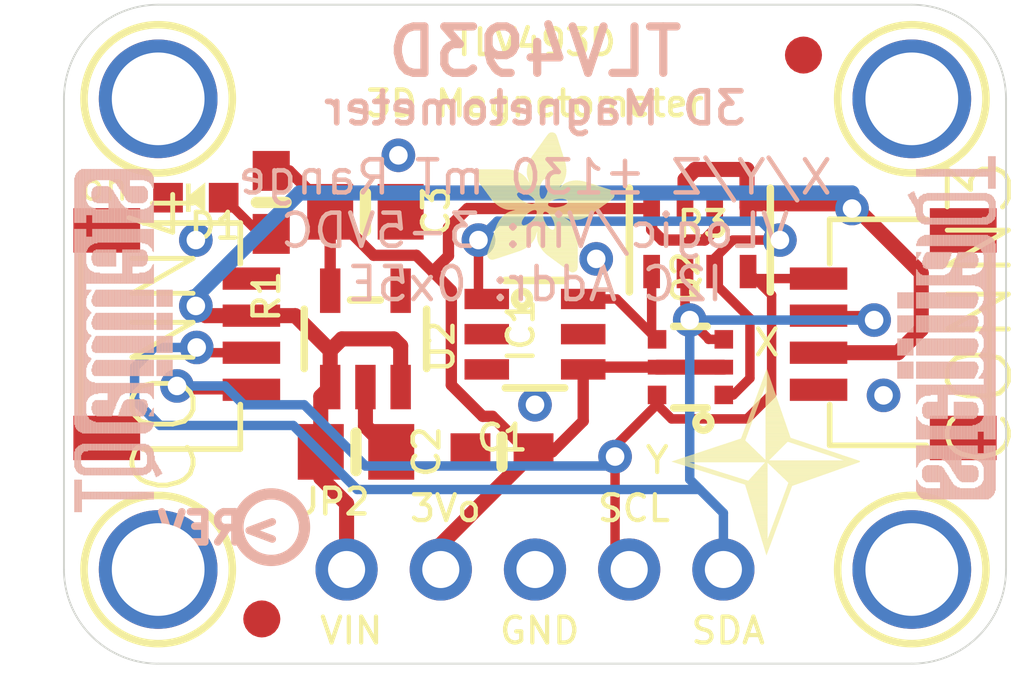
<source format=kicad_pcb>
(kicad_pcb (version 20211014) (generator pcbnew)
  (layers (0 "F.Cu" signal) (31 "B.Cu" signal) (34 "B.Paste" user) (35 "F.Paste" user) (36 "B.SilkS" user "B.Silkscreen") (37 "F.SilkS" user "F.Silkscreen") (38 "B.Mask" user) (39 "F.Mask" user) (44 "Edge.Cuts" user))
  (net 0 "")
  (net 1 "GND")
  (net 2 "SDA")
  (net 3 "SCL")
  (net 4 "SCL_3V")
  (net 5 "SDA_3V")
  (net 6 "3.3V")
  (net 7 "VCC")
  (net 8 "N$1")
  (footprint "boardEagle:SOT23-6" (layer "F.Cu") (at 148.5011 105.0036 -90)
    (fp_text reference "IC1" (at -1.016 0.381 90) (layer "F.SilkS") (effects (font (size 0.692831 0.692831) (thickness 0.119969)) (justify right)))
    (fp_text value "TLV493D")
    (pad "1" smd rect (at -0.95 1.3 270) (size 0.55 1.2) (layers "F.Cu" "F.Paste" "F.Mask") (net 4 "SCL_3V"))
    (pad "2" smd rect (at 0 1.3 270) (size 0.55 1.2) (layers "F.Cu" "F.Paste" "F.Mask") (net 1 "GND"))
    (pad "3" smd rect (at 0.95 1.3 270) (size 0.55 1.2) (layers "F.Cu" "F.Paste" "F.Mask") (net 1 "GND"))
    (pad "4" smd rect (at 0.95 -1.3 270) (size 0.55 1.2) (layers "F.Cu" "F.Paste" "F.Mask") (net 6 "3.3V"))
    (pad "5" smd rect (at 0 -1.3 270) (size 0.55 1.2) (layers "F.Cu" "F.Paste" "F.Mask") (net 1 "GND"))
    (pad "6" smd rect (at -0.95 -1.3 270) (size 0.55 1.2) (layers "F.Cu" "F.Paste" "F.Mask") (net 5 "SDA_3V"))
  )
  (footprint "boardEagle:JST_SH4" (layer "F.Cu") (at 158.6611 105.0036 90)
    (fp_text reference "CONN3" (at -3.711 1.847 90) (layer "F.SilkS") (effects (font (size 1.647139 1.647139) (thickness 0.130861)) (justify left)))
    (fp_text value "STEMMA_I2C_QT" hide)
    (pad "1" smd rect (at -1.5 -2.514 180) (size 1.55 0.6) (layers "F.Cu" "F.Paste" "F.Mask") (net 1 "GND"))
    (pad "2" smd rect (at -0.5 -2.514 180) (size 1.55 0.6) (layers "F.Cu" "F.Paste" "F.Mask") (net 7 "VCC"))
    (pad "3" smd rect (at 0.5 -2.514 180) (size 1.55 0.6) (layers "F.Cu" "F.Paste" "F.Mask") (net 2 "SDA"))
    (pad "4" smd rect (at 1.5 -2.514 180) (size 1.55 0.6) (layers "F.Cu" "F.Paste" "F.Mask") (net 3 "SCL"))
    (pad "MT1" smd rect (at -2.8 1.386 180) (size 1.8 1.2) (layers "F.Cu" "F.Paste" "F.Mask"))
    (pad "MT2" smd rect (at 2.8 1.386 180) (size 1.8 1.2) (layers "F.Cu" "F.Paste" "F.Mask"))
  )
  (footprint "boardEagle:0805-NO" (layer "F.Cu") (at 143.6751 108.1786)
    (fp_text reference "C2" (at 1.905 -0.762 90) (layer "F.SilkS") (effects (font (size 0.692831 0.692831) (thickness 0.119969)) (justify right)))
    (fp_text value "10uF")
    (pad "1" smd rect (at -0.95 0) (size 1.24 1.5) (layers "F.Cu" "F.Paste" "F.Mask") (net 7 "VCC"))
    (pad "2" smd rect (at 0.95 0) (size 1.24 1.5) (layers "F.Cu" "F.Paste" "F.Mask") (net 1 "GND"))
  )
  (footprint "boardEagle:MOUNTINGHOLE_2.5_PLATED" (layer "F.Cu") (at 138.3411 98.6536)
    (fp_text reference "U$1" hide)
    (fp_text value "MOUNTINGHOLE2.5" hide)
    (pad "P$1" thru_hole circle (at 0 0) (size 3.2 3.2) (drill 2.5) (layers *.Cu *.Mask))
  )
  (footprint "boardEagle:RESPACK_4X0603" (layer "F.Cu") (at 152.9461 102.4636 180)
    (fp_text reference "R3" (at -0.838 0.432) (layer "F.SilkS") (effects (font (size 0.692831 0.692831) (thickness 0.119969)) (justify right)))
    (fp_text value "10K")
    (pad "1" smd rect (at -1.3 0.85 180) (size 0.45 0.9) (layers "F.Cu" "F.Paste" "F.Mask") (net 7 "VCC"))
    (pad "2" smd rect (at -0.4 0.85 180) (size 0.45 0.9) (layers "F.Cu" "F.Paste" "F.Mask") (net 6 "3.3V"))
    (pad "3" smd rect (at 0.4 0.85 180) (size 0.45 0.9) (layers "F.Cu" "F.Paste" "F.Mask") (net 7 "VCC"))
    (pad "4" smd rect (at 1.3 0.85 180) (size 0.45 0.9) (layers "F.Cu" "F.Paste" "F.Mask") (net 6 "3.3V"))
    (pad "5" smd rect (at 1.3 -0.85 180) (size 0.45 0.9) (layers "F.Cu" "F.Paste" "F.Mask") (net 5 "SDA_3V"))
    (pad "6" smd rect (at 0.4 -0.85 180) (size 0.45 0.9) (layers "F.Cu" "F.Paste" "F.Mask") (net 2 "SDA"))
    (pad "7" smd rect (at -0.4 -0.85 180) (size 0.45 0.9) (layers "F.Cu" "F.Paste" "F.Mask") (net 4 "SCL_3V"))
    (pad "8" smd rect (at -1.3 -0.85 180) (size 0.45 0.9) (layers "F.Cu" "F.Paste" "F.Mask") (net 3 "SCL"))
  )
  (footprint "boardEagle:MOUNTINGHOLE_2.5_PLATED" (layer "F.Cu") (at 138.3411 111.3536)
    (fp_text reference "U$19" hide)
    (fp_text value "MOUNTINGHOLE2.5" hide)
    (pad "P$1" thru_hole circle (at 0 0) (size 3.2 3.2) (drill 2.5) (layers *.Cu *.Mask))
  )
  (footprint "boardEagle:FIDUCIAL_1MM" (layer "F.Cu") (at 141.1351 112.6871)
    (fp_text reference "FID3" hide)
    (fp_text value "FIDUCIAL_1MM" hide)
    (pad "1" smd roundrect (at 0 0) (size 1 1) (layers "F.Cu" "F.Mask") (roundrect_rratio 0.5))
  )
  (footprint "boardEagle:SOT23-5" (layer "F.Cu") (at 143.9291 105.1306)
    (fp_text reference "U2" (at 2.032 -0.562 90) (layer "F.SilkS") (effects (font (size 0.692831 0.692831) (thickness 0.119969)) (justify right)))
    (fp_text value "AP2112K-3.3")
    (pad "1" smd rect (at -0.95 1.3001) (size 0.55 1.2) (layers "F.Cu" "F.Paste" "F.Mask") (net 7 "VCC"))
    (pad "2" smd rect (at 0 1.3001) (size 0.55 1.2) (layers "F.Cu" "F.Paste" "F.Mask") (net 1 "GND"))
    (pad "3" smd rect (at 0.95 1.3001) (size 0.55 1.2) (layers "F.Cu" "F.Paste" "F.Mask") (net 7 "VCC"))
    (pad "4" smd rect (at 0.95 -1.3001) (size 0.55 1.2) (layers "F.Cu" "F.Paste" "F.Mask"))
    (pad "5" smd rect (at -0.95 -1.3001) (size 0.55 1.2) (layers "F.Cu" "F.Paste" "F.Mask") (net 6 "3.3V"))
  )
  (footprint "boardEagle:FIDUCIAL_1MM" (layer "F.Cu") (at 155.7401 97.4725)
    (fp_text reference "FID4" hide)
    (fp_text value "FIDUCIAL_1MM" hide)
    (pad "1" smd roundrect (at 0 0) (size 1 1) (layers "F.Cu" "F.Mask") (roundrect_rratio 0.5))
  )
  (footprint "boardEagle:SYMBOL_COMPASSXY_5MM" (layer "F.Cu") (at 152.1841 110.9726)
    (fp_text reference "U$2" hide)
    (fp_text value "" hide)
  )
  (footprint "boardEagle:1X05_ROUND" (layer "F.Cu") (at 148.5011 111.3536)
    (fp_text reference "JP2" (at -6.4262 -1.8288) (layer "F.SilkS") (effects (font (size 0.692831 0.692831) (thickness 0.119969)) (justify left)))
    (fp_text value "")
    (pad "1" thru_hole circle (at -5.08 0 90) (size 1.6764 1.6764) (drill 1) (layers *.Cu *.Mask) (net 7 "VCC"))
    (pad "2" thru_hole circle (at -2.54 0 90) (size 1.6764 1.6764) (drill 1) (layers *.Cu *.Mask) (net 6 "3.3V"))
    (pad "3" thru_hole circle (at 0 0 90) (size 1.6764 1.6764) (drill 1) (layers *.Cu *.Mask) (net 1 "GND"))
    (pad "4" thru_hole circle (at 2.54 0 90) (size 1.6764 1.6764) (drill 1) (layers *.Cu *.Mask) (net 3 "SCL"))
    (pad "5" thru_hole circle (at 5.08 0 90) (size 1.6764 1.6764) (drill 1) (layers *.Cu *.Mask) (net 2 "SDA"))
  )
  (footprint "boardEagle:MOUNTINGHOLE_2.5_PLATED" (layer "F.Cu") (at 158.6611 111.3536)
    (fp_text reference "U$21" hide)
    (fp_text value "MOUNTINGHOLE2.5" hide)
    (pad "P$1" thru_hole circle (at 0 0) (size 3.2 3.2) (drill 2.5) (layers *.Cu *.Mask))
  )
  (footprint "boardEagle:ADAFRUIT_3.5MM" (layer "F.Cu") (at 146.8501 103.3526)
    (fp_text reference "U$22" hide)
    (fp_text value "" hide)
  )
  (footprint "boardEagle:0805-NO" (layer "F.Cu") (at 143.9291 101.7016)
    (fp_text reference "C3" (at 1.905 -0.762 90) (layer "F.SilkS") (effects (font (size 0.692831 0.692831) (thickness 0.119969)) (justify right)))
    (fp_text value "10uF")
    (pad "1" smd rect (at -0.95 0) (size 1.24 1.5) (layers "F.Cu" "F.Paste" "F.Mask") (net 6 "3.3V"))
    (pad "2" smd rect (at 0.95 0) (size 1.24 1.5) (layers "F.Cu" "F.Paste" "F.Mask") (net 1 "GND"))
  )
  (footprint "boardEagle:0603-NO" (layer "F.Cu") (at 141.3891 101.4476 -90)
    (fp_text reference "R1" (at 1.778 0.127 90) (layer "F.SilkS") (effects (font (size 0.692831 0.692831) (thickness 0.119969)) (justify right)))
    (fp_text value "10K")
    (pad "1" smd rect (at -0.85 0 270) (size 1.075 1) (layers "F.Cu" "F.Paste" "F.Mask") (net 6 "3.3V"))
    (pad "2" smd rect (at 0.85 0 270) (size 1.075 1) (layers "F.Cu" "F.Paste" "F.Mask") (net 8 "N$1"))
  )
  (footprint "boardEagle:JST_SH4" (layer "F.Cu") (at 138.3411 105.0036 -90)
    (fp_text reference "CONN4" (at -4.092 -0.185 90) (layer "F.SilkS") (effects (font (size 1.647139 1.647139) (thickness 0.130861)) (justify right)))
    (fp_text value "STEMMA_I2C_QT" hide)
    (pad "1" smd rect (at -1.5 -2.514) (size 1.55 0.6) (layers "F.Cu" "F.Paste" "F.Mask") (net 1 "GND"))
    (pad "2" smd rect (at -0.5 -2.514) (size 1.55 0.6) (layers "F.Cu" "F.Paste" "F.Mask") (net 7 "VCC"))
    (pad "3" smd rect (at 0.5 -2.514) (size 1.55 0.6) (layers "F.Cu" "F.Paste" "F.Mask") (net 2 "SDA"))
    (pad "4" smd rect (at 1.5 -2.514) (size 1.55 0.6) (layers "F.Cu" "F.Paste" "F.Mask") (net 3 "SCL"))
    (pad "MT1" smd rect (at -2.8 1.386) (size 1.8 1.2) (layers "F.Cu" "F.Paste" "F.Mask"))
    (pad "MT2" smd rect (at 2.8 1.386) (size 1.8 1.2) (layers "F.Cu" "F.Paste" "F.Mask"))
  )
  (footprint "boardEagle:CHIPLED_0603_NOOUTLINE" (layer "F.Cu") (at 139.3571 101.3206 90)
    (fp_text reference "D1" (at -0.762 1.27) (layer "F.SilkS") (effects (font (size 0.692831 0.692831) (thickness 0.119969)) (justify right)))
    (fp_text value "GREEN")
    (pad "A" smd rect (at 0 0.75 90) (size 0.8 0.8) (layers "F.Cu" "F.Paste" "F.Mask") (net 8 "N$1"))
    (pad "C" smd rect (at 0 -0.75 90) (size 0.8 0.8) (layers "F.Cu" "F.Paste" "F.Mask") (net 1 "GND"))
  )
  (footprint "boardEagle:SOT363" (layer "F.Cu") (at 152.6921 105.8926 90)
    (fp_text reference "Q2" (at 1.651 -0.127 90) (layer "F.SilkS") (effects (font (size 0.692831 0.692831) (thickness 0.119969)) (justify left)))
    (fp_text value "BSS138")
    (pad "1" smd rect (at -0.75 0.9 90) (size 0.5 0.5) (layers "F.Cu" "F.Paste" "F.Mask") (net 4 "SCL_3V"))
    (pad "2" smd rect (at 0 0.9 90) (size 0.4 0.5) (layers "F.Cu" "F.Paste" "F.Mask") (net 6 "3.3V"))
    (pad "3" smd rect (at 0.75 0.9 90) (size 0.5 0.5) (layers "F.Cu" "F.Paste" "F.Mask") (net 2 "SDA"))
    (pad "4" smd rect (at 0.75 -0.9 90) (size 0.5 0.5) (layers "F.Cu" "F.Paste" "F.Mask") (net 5 "SDA_3V"))
    (pad "5" smd rect (at 0 -0.9 90) (size 0.4 0.5) (layers "F.Cu" "F.Paste" "F.Mask") (net 6 "3.3V"))
    (pad "6" smd rect (at -0.75 -0.9 90) (size 0.5 0.5) (layers "F.Cu" "F.Paste" "F.Mask") (net 3 "SCL"))
  )
  (footprint "boardEagle:0603-NO" (layer "F.Cu") (at 147.6121 108.1786 180)
    (fp_text reference "C1" (at -0.762 0.381) (layer "F.SilkS") (effects (font (size 0.692831 0.692831) (thickness 0.119969)) (justify right)))
    (fp_text value "0.1uF")
    (pad "1" smd rect (at -0.85 0 180) (size 1.075 1) (layers "F.Cu" "F.Paste" "F.Mask") (net 6 "3.3V"))
    (pad "2" smd rect (at 0.85 0 180) (size 1.075 1) (layers "F.Cu" "F.Paste" "F.Mask") (net 1 "GND"))
  )
  (footprint "boardEagle:MOUNTINGHOLE_2.5_PLATED" (layer "F.Cu") (at 158.6611 98.6536)
    (fp_text reference "U$17" hide)
    (fp_text value "MOUNTINGHOLE2.5" hide)
    (pad "P$1" thru_hole circle (at 0 0) (size 3.2 3.2) (drill 2.5) (layers *.Cu *.Mask))
  )
  (footprint "boardEagle:PCBFEAT-REV-040" (layer "B.Cu") (at 141.3891 110.2106 180)
    (fp_text reference "U$25" hide)
    (fp_text value "" hide)
    (fp_text user ">REV" (at -0.3556 -0.508) (layer "B.SilkS") (effects (font (size 0.8128 0.8128) (thickness 0.2032)) (justify left bottom mirror)))
  )
  (footprint "boardEagle:STEMMAQT" (layer "B.Cu") (at 138.7221 100.5586 -90)
    (fp_text reference "U$31" hide)
    (fp_text value "" hide)
  )
  (footprint "boardEagle:STEMMAQT" (layer "B.Cu") (at 158.2801 109.4486 90)
    (fp_text reference "U$30" hide)
    (fp_text value "" hide)
  )
  (footprint "boardEagle:KATTNI_STOP" (layer "B.Cu") (at 152.1841 106.7816 180)
    (fp_text reference "U$4" hide)
    (fp_text value "" hide)
  )
  (gr_arc (start 135.8011 98.6536) (mid 136.545049 96.857549) (end 138.3411 96.1136) (layer "Edge.Cuts") (width 0.05))
  (gr_arc (start 161.2011 111.3536) (mid 160.457151 113.149651) (end 158.6611 113.8936) (layer "Edge.Cuts") (width 0.05))
  (gr_arc (start 158.6611 96.1136) (mid 160.457151 96.857549) (end 161.2011 98.6536) (layer "Edge.Cuts") (width 0.05))
  (gr_line (start 161.2011 111.3536) (end 161.2011 98.6536) (layer "Edge.Cuts") (width 0.05))
  (gr_arc (start 138.3411 113.8936) (mid 136.545049 113.149651) (end 135.8011 111.3536) (layer "Edge.Cuts") (width 0.05))
  (gr_line (start 158.6611 96.1136) (end 138.3411 96.1136) (layer "Edge.Cuts") (width 0.05))
  (gr_line (start 135.8011 98.6536) (end 135.8011 111.3536) (layer "Edge.Cuts") (width 0.05))
  (gr_line (start 138.3411 113.8936) (end 158.6611 113.8936) (layer "Edge.Cuts") (width 0.05))
  (gr_text "TLV493D" (at 148.5011 97.3836) (layer "B.SilkS") (effects (font (size 1.25222 1.25222) (thickness 0.22098)) (justify mirror)))
  (gr_text "X/Y/Z ±130 mT Range\nVLogic/Vin: 3-5VDC\nI2C Addr: 0x5E" (at 148.5011 102.2096) (layer "B.SilkS") (effects (font (size 0.89408 0.89408) (thickness 0.12192)) (justify mirror)))
  (gr_text "3D Magnetometer" (at 148.5011 98.9076) (layer "B.SilkS") (effects (font (size 0.8636 0.8636) (thickness 0.1524)) (justify mirror)))
  (gr_text "GND" (at 148.6281 113.0046) (layer "F.SilkS") (effects (font (size 0.699008 0.699008) (thickness 0.113792))))
  (gr_text "on" (at 136.1821 101.4476) (layer "F.SilkS") (effects (font (size 0.715264 0.715264) (thickness 0.097536)) (justify left bottom)))
  (gr_text "3Vo" (at 146.0881 109.7026) (layer "F.SilkS") (effects (font (size 0.699008 0.699008) (thickness 0.113792))))
  (gr_text "X" (at 154.3431 105.6386) (layer "F.SilkS") (effects (font (size 0.699008 0.699008) (thickness 0.113792)) (justify left bottom)))
  (gr_text "TLV493D" (at 148.5011 97.1296) (layer "F.SilkS") (effects (font (size 0.69088 0.69088) (thickness 0.12192))))
  (gr_text "SCL" (at 151.1681 109.7026) (layer "F.SilkS") (effects (font (size 0.699008 0.699008) (thickness 0.113792))))
  (gr_text "VIN" (at 143.5481 113.0046) (layer "F.SilkS") (effects (font (size 0.699008 0.699008) (thickness 0.113792))))
  (gr_text "3D Magnetometer" (at 148.5011 98.7806) (layer "F.SilkS") (effects (font (size 0.69088 0.69088) (thickness 0.12192))))
  (gr_text "SDA" (at 153.7081 113.0046) (layer "F.SilkS") (effects (font (size 0.699008 0.699008) (thickness 0.113792))))
  (gr_text "Y" (at 151.4221 108.8136) (layer "F.SilkS") (effects (font (size 0.699008 0.699008) (thickness 0.113792)) (justify left bottom)))
  (segment (start 144.6251 108.1786) (end 143.9291 107.4826) (width 0.4064) (layer "F.Cu") (net 1))
  (segment (start 143.9291 106.4307) (end 143.9291 107.4826) (width 0.4064) (layer "F.Cu") (net 1))
  (via (at 148.5011 106.9086) (size 0.9064) (drill 0.5) (layers "F.Cu" "B.Cu") (net 1))
  (via (at 157.8991 106.6546) (size 0.9064) (drill 0.5) (layers "F.Cu" "B.Cu") (net 1))
  (via (at 144.8181 100.1776) (size 0.9064) (drill 0.5) (layers "F.Cu" "B.Cu") (net 1))
  (via (at 139.3571 102.4636) (size 0.9064) (drill 0.5) (layers "F.Cu" "B.Cu") (net 1))
  (via (at 150.1521 102.9716) (size 0.9064) (drill 0.5) (layers "F.Cu" "B.Cu") (net 1))
  (segment (start 152.6731 104.3296) (end 152.5461 104.2026) (width 0.254) (layer "F.Cu") (net 2))
  (segment (start 156.1471 104.5036) (end 157.5261 104.5036) (width 0.254) (layer "F.Cu") (net 2))
  (segment (start 157.5261 104.5036) (end 157.6451 104.6226) (width 0.254) (layer "F.Cu") (net 2))
  (segment (start 152.6731 104.3296) (end 152.6731 104.6226) (width 0.254) (layer "F.Cu") (net 2))
  (segment (start 153.5921 105.1426) (end 153.1811 105.1426) (width 0.254) (layer "F.Cu") (net 2))
  (segment (start 152.6731 104.6226) (end 153.1811 105.1306) (width 0.254) (layer "F.Cu") (net 2))
  (segment (start 140.8551 105.5036) (end 139.521312 105.5036) (width 0.254) (layer "F.Cu") (net 2))
  (segment (start 152.5461 103.3136) (end 152.5461 104.2026) (width 0.254) (layer "F.Cu") (net 2))
  (segment (start 153.1811 105.1306) (end 153.1811 105.1426) (width 0.254) (layer "F.Cu") (net 2))
  (segment (start 139.521312 105.5036) (end 139.379706 105.361994) (width 0.254) (layer "F.Cu") (net 2))
  (via (at 152.6731 104.6226) (size 0.9064) (drill 0.5) (layers "F.Cu" "B.Cu") (net 2))
  (via (at 139.379706 105.361994) (size 0.9064) (drill 0.5) (layers "F.Cu" "B.Cu") (net 2))
  (via (at 157.6451 104.6226) (size 0.9064) (drill 0.5) (layers "F.Cu" "B.Cu") (net 2))
  (segment (start 138.3919 107.4674) (end 141.983 107.4674) (width 0.254) (layer "B.Cu") (net 2))
  (segment (start 137.7061 105.8926) (end 137.7061 106.7816) (width 0.254) (layer "B.Cu") (net 2))
  (segment (start 152.6731 104.6226) (end 152.6731 108.9216) (width 0.254) (layer "B.Cu") (net 2))
  (segment (start 139.379706 105.361994) (end 138.236706 105.361994) (width 0.254) (layer "B.Cu") (net 2))
  (segment (start 138.236706 105.361994) (end 137.7061 105.8926) (width 0.254) (layer "B.Cu") (net 2))
  (segment (start 152.9461 109.1946) (end 153.5811 109.8296) (width 0.254) (layer "B.Cu") (net 2))
  (segment (start 153.5811 109.8296) (end 153.5811 111.3536) (width 0.254) (layer "B.Cu") (net 2))
  (segment (start 157.6451 104.6226) (end 152.6731 104.6226) (width 0.254) (layer "B.Cu") (net 2))
  (segment (start 152.6731 108.9216) (end 152.9461 109.1946) (width 0.254) (layer "B.Cu") (net 2))
  (segment (start 137.7061 106.7816) (end 138.3919 107.4674) (width 0.254) (layer "B.Cu") (net 2))
  (segment (start 141.983 107.4674) (end 143.7102 109.1946) (width 0.254) (layer "B.Cu") (net 2))
  (segment (start 143.7102 109.1946) (end 152.9461 109.1946) (width 0.254) (layer "B.Cu") (net 2))
  (segment (start 151.7916 106.8971) (end 151.7916 106.6431) (width 0.254) (layer "F.Cu") (net 3))
  (segment (start 154.8811 103.9486) (end 154.8811 106.6246) (width 0.254) (layer "F.Cu") (net 3))
  (segment (start 151.7921 106.6426) (end 151.7916 106.6431) (width 0.254) (layer "F.Cu") (net 3))
  (segment (start 150.6601 108.0516) (end 150.6601 108.3056) (width 0.254) (layer "F.Cu") (net 3))
  (segment (start 154.4361 103.5036) (end 154.2461 103.3136) (width 0.254) (layer "F.Cu") (net 3))
  (segment (start 140.8551 106.5036) (end 138.9521 106.5036) (width 0.254) (layer "F.Cu") (net 3))
  (segment (start 154.2161 107.2896) (end 152.1841 107.2896) (width 0.254) (layer "F.Cu") (net 3))
  (segment (start 154.2461 103.3136) (end 154.8811 103.9486) (width 0.254) (layer "F.Cu") (net 3))
  (segment (start 150.6601 110.9726) (end 150.6601 108.3056) (width 0.254) (layer "F.Cu") (net 3))
  (segment (start 154.8811 106.6246) (end 154.2161 107.2896) (width 0.254) (layer "F.Cu") (net 3))
  (segment (start 152.1841 107.2896) (end 151.7916 106.8971) (width 0.254) (layer "F.Cu") (net 3))
  (segment (start 151.0411 111.3536) (end 150.6601 110.9726) (width 0.254) (layer "F.Cu") (net 3))
  (segment (start 150.6601 108.0516) (end 150.6486 108.0401) (width 0.254) (layer "F.Cu") (net 3))
  (segment (start 138.9521 106.5036) (end 138.8491 106.4006) (width 0.254) (layer "F.Cu") (net 3))
  (segment (start 151.7921 106.6426) (end 151.7921 106.8966) (width 0.254) (layer "F.Cu") (net 3))
  (segment (start 151.7921 106.8966) (end 150.6486 108.0401) (width 0.254) (layer "F.Cu") (net 3))
  (segment (start 156.1471 103.5036) (end 154.4361 103.5036) (width 0.254) (layer "F.Cu") (net 3))
  (via (at 138.8491 106.4006) (size 0.9064) (drill 0.5) (layers "F.Cu" "B.Cu") (net 3))
  (via (at 150.6601 108.3056) (size 0.9064) (drill 0.5) (layers "F.Cu" "B.Cu") (net 3))
  (segment (start 138.8491 106.4006) (end 140.142262 106.4006) (width 0.254) (layer "B.Cu") (net 3))
  (segment (start 150.4061 108.5596) (end 143.9291 108.5596) (width 0.254) (layer "B.Cu") (net 3))
  (segment (start 143.9291 108.5596) (end 142.2781 106.9086) (width 0.254) (layer "B.Cu") (net 3))
  (segment (start 142.2781 106.9086) (end 140.650262 106.9086) (width 0.254) (layer "B.Cu") (net 3))
  (segment (start 140.142262 106.4006) (end 140.650262 106.9086) (width 0.254) (layer "B.Cu") (net 3))
  (segment (start 150.4061 108.5596) (end 150.6601 108.3056) (width 0.254) (layer "B.Cu") (net 3))
  (segment (start 146.9771 103.8296) (end 146.9771 102.4636) (width 0.254) (layer "F.Cu") (net 4))
  (segment (start 153.5921 106.6426) (end 153.8461 106.6426) (width 0.254) (layer "F.Cu") (net 4))
  (segment (start 153.3461 103.3136) (end 153.3461 103.6256) (width 0.254) (layer "F.Cu") (net 4))
  (segment (start 154.2969 104.5764) (end 154.2969 106.1918) (width 0.254) (layer "F.Cu") (net 4))
  (segment (start 153.3461 102.9526) (end 153.8351 102.4636) (width 0.254) (layer "F.Cu") (net 4))
  (segment (start 154.2969 106.1918) (end 153.8461 106.6426) (width 0.254) (layer "F.Cu") (net 4))
  (segment (start 153.8351 102.4636) (end 155.1051 102.4636) (width 0.254) (layer "F.Cu") (net 4))
  (segment (start 153.3461 103.6256) (end 154.2969 104.5764) (width 0.254) (layer "F.Cu") (net 4))
  (segment (start 153.3461 103.3136) (end 153.3461 102.9526) (width 0.254) (layer "F.Cu") (net 4))
  (segment (start 147.2011 104.0536) (end 146.9771 103.8296) (width 0.254) (layer "F.Cu") (net 4))
  (via (at 155.1051 102.4636) (size 0.9064) (drill 0.5) (layers "F.Cu" "B.Cu") (net 4))
  (via (at 146.9771 102.4636) (size 0.9064) (drill 0.5) (layers "F.Cu" "B.Cu") (net 4))
  (segment (start 146.9771 102.4636) (end 147.4851 101.9556) (width 0.254) (layer "B.Cu") (net 4))
  (segment (start 154.5971 101.9556) (end 147.4851 101.9556) (width 0.254) (layer "B.Cu") (net 4))
  (segment (start 154.5971 101.9556) (end 155.1051 102.4636) (width 0.254) (layer "B.Cu") (net 4))
  (segment (start 151.6461 104.9966) (end 151.6461 103.3136) (width 0.254) (layer "F.Cu") (net 5))
  (segment (start 151.7921 105.1426) (end 151.6461 104.9966) (width 0.254) (layer "F.Cu") (net 5))
  (segment (start 150.7031 104.0536) (end 151.7921 105.1426) (width 0.254) (layer "F.Cu") (net 5))
  (segment (start 149.8011 104.0536) (end 150.7031 104.0536) (width 0.254) (layer "F.Cu") (net 5))
  (segment (start 145.743096 103.316604) (end 146.2455 103.819007) (width 0.3048) (layer "F.Cu") (net 6))
  (segment (start 146.683281 101.6136) (end 146.1683 102.128582) (width 0.3048) (layer "F.Cu") (net 6))
  (segment (start 149.8011 105.9536) (end 149.8011 107.3476) (width 0.3048) (layer "F.Cu") (net 6))
  (segment (start 148.3131 108.1786) (end 147.3537 107.2192) (width 0.3048) (layer "F.Cu") (net 6))
  (segment (start 148.4621 108.1786) (end 148.3131 108.1786) (width 0.3048) (layer "F.Cu") (net 6))
  (segment (start 146.2455 103.819007) (end 146.2455 106.375894) (width 0.3048) (layer "F.Cu") (net 6))
  (segment (start 151.6461 102.1796) (end 151.6461 101.6136) (width 0.3048) (layer "F.Cu") (net 6))
  (segment (start 149.8011 107.3476) (end 148.9701 108.1786) (width 0.3048) (layer "F.Cu") (net 6))
  (segment (start 153.3461 101.6136) (end 153.3461 102.1906) (width 0.3048) (layer "F.Cu") (net 6))
  (segment (start 153.0731 102.4636) (end 151.9301 102.4636) (width 0.3048) (layer "F.Cu") (net 6))
  (segment (start 146.2455 106.375894) (end 147.088806 107.2192) (width 0.3048) (layer "F.Cu") (net 6))
  (segment (start 151.6461 101.6136) (end 146.683281 101.6136) (width 0.3048) (layer "F.Cu") (net 6))
  (segment (start 144.1524 102.8749) (end 145.301393 102.8749) (width 0.3048) (layer "F.Cu") (net 6))
  (segment (start 141.3891 100.5976) (end 141.8751 100.5976) (width 0.3048) (layer "F.Cu") (net 6))
  (segment (start 153.3461 102.1906) (end 153.0731 102.4636) (width 0.3048) (layer "F.Cu") (net 6))
  (segment (start 151.7921 105.8926) (end 149.8621 105.8926) (width 0.3048) (layer "F.Cu") (net 6))
  (segment (start 151.7921 105.8926) (end 153.5921 105.8926) (width 0.4064) (layer "F.Cu") (net 6))
  (segment (start 148.4621 108.1786) (end 145.9611 110.6796) (width 0.4064) (layer "F.Cu") (net 6))
  (segment (start 145.301393 102.8749) (end 145.743096 103.316604) (width 0.3048) (layer "F.Cu") (net 6))
  (segment (start 147.088806 107.2192) (end 147.3537 107.2192) (width 0.3048) (layer "F.Cu") (net 6))
  (segment (start 146.1683 102.8914) (end 145.743096 103.316604) (width 0.3048) (layer "F.Cu") (net 6))
  (segment (start 151.9301 102.4636) (end 151.6461 102.1796) (width 0.3048) (layer "F.Cu") (net 6))
  (segment (start 142.9791 101.7016) (end 142.9791 103.8305) (width 0.3048) (layer "F.Cu") (net 6))
  (segment (start 145.9611 110.6796) (end 145.9611 111.3536) (width 0.4064) (layer "F.Cu") (net 6))
  (segment (start 146.1683 102.128582) (end 146.1683 102.8914) (width 0.3048) (layer "F.Cu") (net 6))
  (segment (start 148.9701 108.1786) (end 148.4621 108.1786) (width 0.3048) (layer "F.Cu") (net 6))
  (segment (start 149.8011 105.9536) (end 149.8621 105.8926) (width 0.3048) (layer "F.Cu") (net 6))
  (segment (start 142.9791 101.7016) (end 144.1524 102.8749) (width 0.3048) (layer "F.Cu") (net 6))
  (segment (start 141.8751 100.5976) (end 142.9791 101.7016) (width 0.3048) (layer "F.Cu") (net 6))
  (segment (start 140.8551 104.5036) (end 139.6191 104.5036) (width 0.4064) (layer "F.Cu") (net 7))
  (segment (start 142.9791 105.4456) (end 142.9791 106.4307) (width 0.4064) (layer "F.Cu") (net 7))
  (segment (start 158.9151 104.8766) (end 158.9151 103.3526) (width 0.4064) (layer "F.Cu") (net 7))
  (segment (start 142.9791 106.4307) (end 142.7251 106.6847) (width 0.4064) (layer "F.Cu") (net 7))
  (segment (start 144.8791 106.4307) (end 144.8791 105.3186) (width 0.4064) (layer "F.Cu") (net 7))
  (segment (start 152.5461 101.6136) (end 152.5461 100.8316) (width 0.4064) (layer "F.Cu") (net 7))
  (segment (start 157.0491 101.6136) (end 156.9221 101.4866) (width 0.4064) (layer "F.Cu") (net 7))
  (segment (start 156.1471 105.5036) (end 158.2881 105.5036) (width 0.4064) (layer "F.Cu") (net 7))
  (segment (start 142.7251 108.1786) (end 142.7251 108.8796) (width 0.4064) (layer "F.Cu") (net 7))
  (segment (start 158.2881 105.5036) (end 158.9151 104.8766) (width 0.4064) (layer "F.Cu") (net 7))
  (segment (start 142.0371 104.5036) (end 142.9791 105.4456) (width 0.4064) (layer "F.Cu") (net 7))
  (segment (start 154.2461 101.6136) (end 154.3731 101.4866) (width 0.4064) (layer "F.Cu") (net 7))
  (segment (start 158.9151 103.3526) (end 157.1761 101.6136) (width 0.4064) (layer "F.Cu") (net 7))
  (segment (start 152.8191 100.5586) (end 154.2161 100.5586) (width 0.4064) (layer "F.Cu") (net 7))
  (segment (start 156.9221 101.4866) (end 154.3731 101.4866) (width 0.4064) (layer "F.Cu") (net 7))
  (segment (start 139.6191 104.5036) (end 139.3571 104.2416) (width 0.4064) (layer "F.Cu") (net 7))
  (segment (start 154.2161 100.5586) (end 154.2161 101.5836) (width 0.4064) (layer "F.Cu") (net 7))
  (segment (start 157.1761 101.6136) (end 157.0491 101.6136) (width 0.4064) (layer "F.Cu") (net 7))
  (segment (start 144.691096 105.1306) (end 143.2941 105.1306) (width 0.4064) (layer "F.Cu") (net 7))
  (segment (start 152.5461 100.8316) (end 152.8191 100.5586) (width 0.4064) (layer "F.Cu") (net 7))
  (segment (start 140.8551 104.5036) (end 142.0371 104.5036) (width 0.4064) (layer "F.Cu") (net 7))
  (segment (start 154.2161 101.5836) (end 154.2461 101.6136) (width 0.4064) (layer "F.Cu") (net 7))
  (segment (start 144.8791 105.3186) (end 144.691096 105.1306) (width 0.4064) (layer "F.Cu") (net 7))
  (segment (start 143.4211 109.5756) (end 142.7251 108.8796) (width 0.4064) (layer "F.Cu") (net 7))
  (segment (start 142.7251 106.6847) (end 142.7251 108.1786) (width 0.4064) (layer "F.Cu") (net 7))
  (segment (start 143.2941 105.1306) (end 142.9791 105.4456) (width 0.4064) (layer "F.Cu") (net 7))
  (segment (start 143.4211 109.5756) (end 143.4211 111.3536) (width 0.4064) (layer "F.Cu") (net 7))
  (via (at 139.3571 104.2416) (size 0.9064) (drill 0.5) (layers "F.Cu" "B.Cu") (net 7))
  (via (at 157.0491 101.6136) (size 0.9064) (drill 0.5) (layers "F.Cu" "B.Cu") (net 7))
  (segment (start 157.0491 101.1936) (end 142.1511 101.1936) (width 0.4064) (layer "B.Cu") (net 7))
  (segment (start 142.1511 101.1936) (end 139.3571 103.9876) (width 0.4064) (layer "B.Cu") (net 7))
  (segment (start 139.3571 103.9876) (end 139.3571 104.2416) (width 0.4064) (layer "B.Cu") (net 7))
  (segment (start 157.0491 101.6136) (end 157.0491 101.1936) (width 0.4064) (layer "B.Cu") (net 7))
  (segment (start 140.1071 101.3206) (end 141.0841 102.2976) (width 0.254) (layer "F.Cu") (net 8))
  (segment (start 141.0841 102.2976) (end 141.3891 102.2976) (width 0.254) (layer "F.Cu") (net 8))
)
</source>
